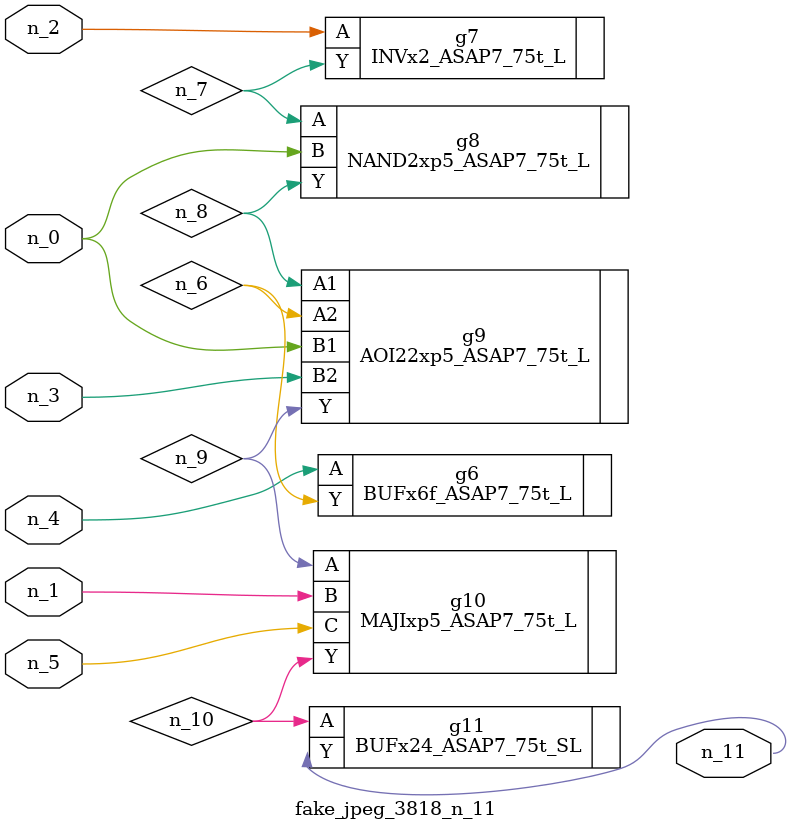
<source format=v>
module fake_jpeg_3818_n_11 (n_3, n_2, n_1, n_0, n_4, n_5, n_11);

input n_3;
input n_2;
input n_1;
input n_0;
input n_4;
input n_5;

output n_11;

wire n_10;
wire n_8;
wire n_9;
wire n_6;
wire n_7;

BUFx6f_ASAP7_75t_L g6 ( 
.A(n_4),
.Y(n_6)
);

INVx2_ASAP7_75t_L g7 ( 
.A(n_2),
.Y(n_7)
);

NAND2xp5_ASAP7_75t_L g8 ( 
.A(n_7),
.B(n_0),
.Y(n_8)
);

AOI22xp5_ASAP7_75t_L g9 ( 
.A1(n_8),
.A2(n_6),
.B1(n_0),
.B2(n_3),
.Y(n_9)
);

MAJIxp5_ASAP7_75t_L g10 ( 
.A(n_9),
.B(n_1),
.C(n_5),
.Y(n_10)
);

BUFx24_ASAP7_75t_SL g11 ( 
.A(n_10),
.Y(n_11)
);


endmodule
</source>
